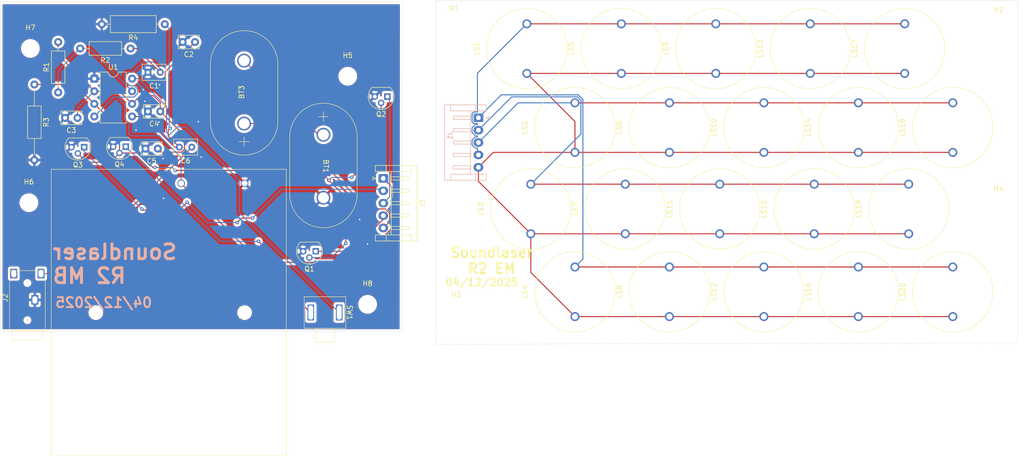
<source format=kicad_pcb>
(kicad_pcb
	(version 20241229)
	(generator "pcbnew")
	(generator_version "9.0")
	(general
		(thickness 1.6)
		(legacy_teardrops no)
	)
	(paper "A3")
	(layers
		(0 "F.Cu" signal)
		(2 "B.Cu" signal)
		(9 "F.Adhes" user "F.Adhesive")
		(11 "B.Adhes" user "B.Adhesive")
		(13 "F.Paste" user)
		(15 "B.Paste" user)
		(5 "F.SilkS" user "F.Silkscreen")
		(7 "B.SilkS" user "B.Silkscreen")
		(1 "F.Mask" user)
		(3 "B.Mask" user)
		(17 "Dwgs.User" user "User.Drawings")
		(19 "Cmts.User" user "User.Comments")
		(21 "Eco1.User" user "User.Eco1")
		(23 "Eco2.User" user "User.Eco2")
		(25 "Edge.Cuts" user)
		(27 "Margin" user)
		(31 "F.CrtYd" user "F.Courtyard")
		(29 "B.CrtYd" user "B.Courtyard")
		(35 "F.Fab" user)
		(33 "B.Fab" user)
		(39 "User.1" user)
		(41 "User.2" user)
		(43 "User.3" user)
		(45 "User.4" user)
	)
	(setup
		(stackup
			(layer "F.SilkS"
				(type "Top Silk Screen")
			)
			(layer "F.Paste"
				(type "Top Solder Paste")
			)
			(layer "F.Mask"
				(type "Top Solder Mask")
				(thickness 0.01)
			)
			(layer "F.Cu"
				(type "copper")
				(thickness 0.035)
			)
			(layer "dielectric 1"
				(type "core")
				(thickness 1.51)
				(material "FR4")
				(epsilon_r 4.5)
				(loss_tangent 0.02)
			)
			(layer "B.Cu"
				(type "copper")
				(thickness 0.035)
			)
			(layer "B.Mask"
				(type "Bottom Solder Mask")
				(thickness 0.01)
			)
			(layer "B.Paste"
				(type "Bottom Solder Paste")
			)
			(layer "B.SilkS"
				(type "Bottom Silk Screen")
			)
			(copper_finish "None")
			(dielectric_constraints no)
		)
		(pad_to_mask_clearance 0)
		(allow_soldermask_bridges_in_footprints no)
		(tenting front back)
		(pcbplotparams
			(layerselection 0x00000000_00000000_55555555_5755f5ff)
			(plot_on_all_layers_selection 0x00000000_00000000_00000000_00000000)
			(disableapertmacros no)
			(usegerberextensions no)
			(usegerberattributes yes)
			(usegerberadvancedattributes yes)
			(creategerberjobfile yes)
			(dashed_line_dash_ratio 12.000000)
			(dashed_line_gap_ratio 3.000000)
			(svgprecision 4)
			(plotframeref no)
			(mode 1)
			(useauxorigin no)
			(hpglpennumber 1)
			(hpglpenspeed 20)
			(hpglpendiameter 15.000000)
			(pdf_front_fp_property_popups yes)
			(pdf_back_fp_property_popups yes)
			(pdf_metadata yes)
			(pdf_single_document no)
			(dxfpolygonmode yes)
			(dxfimperialunits yes)
			(dxfusepcbnewfont yes)
			(psnegative no)
			(psa4output no)
			(plot_black_and_white yes)
			(sketchpadsonfab no)
			(plotpadnumbers no)
			(hidednponfab no)
			(sketchdnponfab no)
			(crossoutdnponfab no)
			(subtractmaskfromsilk no)
			(outputformat 1)
			(mirror no)
			(drillshape 0)
			(scaleselection 1)
			(outputdirectory "./")
		)
	)
	(net 0 "")
	(net 1 "GND")
	(net 2 "+5V")
	(net 3 "Net-(U1-THR)")
	(net 4 "Net-(U1-CV)")
	(net 5 "Net-(C6-Pad1)")
	(net 6 "/Transmitter/T0")
	(net 7 "/Transmitter/T1")
	(net 8 "/Transmitter/T3")
	(net 9 "/Transmitter/PWR")
	(net 10 "/Transmitter/T2")
	(net 11 "unconnected-(J2-PadR)")
	(net 12 "/T1")
	(net 13 "/T0")
	(net 14 "/T3")
	(net 15 "/T2")
	(net 16 "/40KHz")
	(net 17 "Net-(U1-DIS)")
	(net 18 "Net-(SW1-A)")
	(net 19 "Net-(BT1-+)")
	(net 20 "+18V")
	(footprint "MountingHole:MountingHole_3.2mm_M3" (layer "F.Cu") (at 134.602837 142.7))
	(footprint "Custom:Ultrasound_Transmitter_USO16A12TLFPM" (layer "F.Cu") (at 320.92125 160.67 90))
	(footprint "Resistor_THT:R_Axial_DIN0207_L6.3mm_D2.5mm_P15.24mm_Horizontal" (layer "F.Cu") (at 135.702837 118.86 -90))
	(footprint "Package_DIP:DIP-8_W7.62mm" (layer "F.Cu") (at 147.797837 117.69))
	(footprint "Custom:Ultrasound_Transmitter_USO16A12TLFPM" (layer "F.Cu") (at 235.02225 111.62775 90))
	(footprint "Custom:Ultrasound_Transmitter_USO16A12TLFPM" (layer "F.Cu") (at 292.97125 143.97 90))
	(footprint "Capacitor_THT:C_Rect_L4.6mm_W3.0mm_P2.50mm_MKS02_FKP02" (layer "F.Cu") (at 161.102837 116.4 180))
	(footprint "Custom:Ultrasound_Transmitter_USO16A12TLFPM" (layer "F.Cu") (at 273.12225 111.62775 90))
	(footprint "Capacitor_THT:C_Rect_L4.0mm_W2.5mm_P2.50mm" (layer "F.Cu") (at 160.602837 131.8 180))
	(footprint "Custom:Ultrasound_Transmitter_USO16A12TLFPM" (layer "F.Cu") (at 254.07225 111.62775 90))
	(footprint "Custom:Ultrasound_Transmitter_USO16A12TLFPM" (layer "F.Cu") (at 301.87125 160.67 90))
	(footprint "Custom:Ultrasound_Transmitter_USO16A12TLFPM" (layer "F.Cu") (at 263.77125 127.55375 90))
	(footprint "Custom:Ultrasound_Transmitter_USO16A12TLFPM" (layer "F.Cu") (at 292.17225 111.62775 90))
	(footprint "Capacitor_THT:C_Rect_L4.0mm_W2.5mm_P2.50mm" (layer "F.Cu") (at 144.402837 125.6 180))
	(footprint "Capacitor_THT:C_Rect_L4.0mm_W2.5mm_P2.50mm" (layer "F.Cu") (at 161.102837 124.3 180))
	(footprint "Capacitor_THT:C_Rect_L4.6mm_W3.0mm_P2.50mm_MKS02_FKP02" (layer "F.Cu") (at 167.452837 131.5 180))
	(footprint "MountingHole:MountingHole_3.2mm_M3" (layer "F.Cu") (at 330.15 108.05))
	(footprint "MountingHole:MountingHole_3.2mm_M3" (layer "F.Cu") (at 330.15 144.1))
	(footprint "Connector_JST:JST_EH_S5B-EH_1x05_P2.50mm_Horizontal" (layer "F.Cu") (at 206.070337 137.8 -90))
	(footprint "Package_TO_SOT_THT:TO-92" (layer "F.Cu") (at 154.142837 131.4 180))
	(footprint "MountingHole:MountingHole_3.2mm_M3" (layer "F.Cu") (at 134.902837 111.6))
	(footprint "Resistor_THT:R_Axial_DIN0207_L6.3mm_D2.5mm_P10.16mm_Horizontal" (layer "F.Cu") (at 140.502837 120.46 90))
	(footprint "MountingHole:MountingHole_3.2mm_M3" (layer "F.Cu") (at 198.902837 117.2))
	(footprint "Custom:Battery_Single_Cell_Keystone_967" (layer "F.Cu") (at 194.002837 135.35 -90))
	(footprint "Custom:Jack_STX-3000" (layer "F.Cu") (at 134.302837 170.4 90))
	(footprint "Capacitor_THT:C_Rect_L4.0mm_W2.5mm_P2.50mm" (layer "F.Cu") (at 168.102837 110.3 180))
	(footprint "Custom:Ultrasound_Transmitter_USO16A12TLFPM" (layer "F.Cu") (at 312.02125 143.97 90))
	(footprint "Custom:Ultrasound_Transmitter_USO16A12TLFPM" (layer "F.Cu") (at 273.92125 143.97 90))
	(footprint "Resistor_THT:R_Axial_DIN0309_L9.0mm_D3.2mm_P12.70mm_Horizontal" (layer "F.Cu") (at 162.002837 106.7 180))
	(footprint "Custom:SW_SPST_G-105-0513" (layer "F.Cu") (at 194.312837 164.85 180))
	(footprint "Custom:Battery_BC3AAPC" (layer "F.Cu") (at 178.102837 164.87 90))
	(footprint "Custom:Ultrasound_Transmitter_USO16A12TLFPM" (layer "F.Cu") (at 311.22225 111.62775 90))
	(footprint "MountingHole:MountingHole_3.2mm_M3" (layer "F.Cu") (at 220.3 107.7))
	(footprint "Custom:Ultrasound_Transmitter_USO16A12TLFPM" (layer "F.Cu") (at 235.82125 143.97 90))
	(footprint "Custom:Ultrasound_Transmitter_USO16A12TLFPM" (layer "F.Cu") (at 282.82125 127.55375 90))
	(footprint "Custom:Ultrasound_Transmitter_USO16A12TLFPM" (layer "F.Cu") (at 254.87125 143.97 90))
	(footprint "Custom:Battery_Single_Cell_Keystone_967" (layer "F.Cu") (at 178.002837 120.4 90))
	(footprint "MountingHole:MountingHole_3.2mm_M3" (layer "F.Cu") (at 221.1 166.05 -90))
	(footprint "Package_TO_SOT_THT:TO-92" (layer "F.Cu") (at 206.902837 121.3 180))
	(footprint "Package_TO_SOT_THT:TO-92" (layer "F.Cu") (at 192.442837 152.5 180))
	(footprint "Resistor_THT:R_Axial_DIN0207_L6.3mm_D2.5mm_P10.16mm_Horizontal" (layer "F.Cu") (at 155.102837 111.6 180))
	(footprint "Custom:Ultrasound_Transmitter_USO16A12TLFPM" (layer "F.Cu") (at 244.72125 127.55375 90))
	(footprint "Custom:Ultrasound_Transmitter_USO16A12TLFPM" (layer "F.Cu") (at 320.92125 127.55375 90))
	(footprint "Custom:Ultrasound_Transmitter_USO16A12TLFPM" (layer "F.Cu") (at 301.87125 127.55375 90))
	(footprint "MountingHole:MountingHole_3.2mm_M3" (layer "F.Cu") (at 202.902837 163.2))
	(footprint "Custom:Ultrasound_Transmitter_USO16A12TLFPM" (layer "F.Cu") (at 244.72125 160.67 90))
	(footprint "Package_TO_SOT_THT:TO-92" (layer "F.Cu") (at 145.742837 131.5 180))
	(footprint "Custom:Ultrasound_Transmitter_USO16A12TLFPM" (layer "F.Cu") (at 282.82125 160.67 90))
	(footprint "Custom:Ultrasound_Transmitter_USO16A12TLFPM" (layer "F.Cu") (at 263.77125 160.67 90))
	(footprint "Connector_JST:JST_EH_S5B-EH_1x05_P2.50mm_Horizontal" (layer "B.Cu") (at 225.25375 125.57 -90))
	(gr_line
		(start 209.852837 168.7)
		(end 128.8 168.7)
		(stroke
			(width 0.05)
			(type default)
		)
		(layer "Edge.Cuts")
		(uuid "1fa70a2a-e3cf-4475-9ce0-f5ca64562e2d")
	)
	(gr_line
		(start 128.8 102.2)
		(end 209.9 102.2)
		(stroke
			(width 0.05)
			(type default)
		)
		(layer "Edge.Cuts")
		(uuid "609674ff-f025-449d-a008-9ad90b9e7376")
	)
	(gr_line
		(start 216.67125 101.92)
		(end 216.62098 171.25)
		(stroke
			(width 0.05)
			(type default)
		)
		(layer "Edge.Cuts")
		(uuid "9033d1eb-03ac-4370-9b60-62f4edc262d4")
	)
	(gr_line
		(start 216.62098 171.25)
		(end 334 170.95)
		(stroke
			(width 0.05)
			(type default)
		)
		(layer "Edge.Cuts")
		(uuid "92f679d4-adfc-41e0-aafa-586d746a0bd3")
	)
	(gr_line
		(start 209.9 102.2)
		(end 209.852837 168.7)
		(stroke
			(width 0.05)
			(type default)
		)
		(layer "Edge.Cuts")
		(uuid "9c184443-9edc-4bbb-bcdd-2d5481c17f37")
	)
	(gr_line
		(start 334 101.85)
		(end 216.67125 101.92)
		(stroke
			(width 0.05)
			(type default)
		)
		(layer "Edge.Cuts")
		(uuid "b0fab94e-ff37-46d7-87d3-bab028b4f26d")
	)
	(gr_line
		(start 128.8 168.7)
		(end 128.8 102.2)
		(stroke
			(width 0.05)
			(type default)
		)
		(layer "Edge.Cuts")
		(uuid "dc3135e1-825b-4d47-aa49-92bc9d71ed54")
	)
	(gr_line
		(start 334 170.95)
		(end 334 101.85)
		(stroke
			(width 0.05)
			(type default)
		)
		(layer "Edge.Cuts")
		(uuid "e3dfd506-ab15-48c8-8b46-b5523c558cb0")
	)
	(gr_text "Soundlaser\nR2 EM"
		(at 227.92125 154.38625 0)
		(layer "F.SilkS")
		(uuid "0b7776d5-781a-4da6-a495-733061be9f0c")
		(effects
			(font
				(size 2 2)
				(thickness 0.4)
				(bold yes)
			)
		)
	)
	(gr_text "04/12/2025"
		(at 233.42125 158.77 0)
		(layer "F.SilkS")
		(uuid "8bfaa160-6536-4423-8528-821aec461738")
		(effects
			(font
				(size 1.5 1.5)
				(thickness 0.3)
				(bold yes)
			)
			(justify right)
		)
	)
	(gr_text "Soundlaser\nR2 MB"
		(at 139.102837 155.05 0)
		(layer "B.SilkS")
		(uuid "64c0db15-18ca-4095-9588-ac3fc0ed15b4")
		(effects
			(font
				(size 3 3)
				(thickness 0.6)
				(bold yes)
			)
			(justify right mirror)
		)
	)
	(gr_text "04/12/2025"
		(at 139.702837 162.85 0)
		(layer "B.SilkS")
		(uuid "677d6a1d-9530-4fb6-8cd9-299006b1511c")
		(effects
			(font
				(size 2 2)
				(thickness 0.4)
				(bold yes)
			)
			(justify right mirror)
		)
	)
	(via
		(at 168.75 126.35)
		(size 0.7)
		(drill 0.3)
		(layers "F.Cu" "B.Cu")
		(free yes)
		(net 1)
		(uuid "04aa5c08-2bba-4a6c-a1d3-e9e539ddab22")
	)
	(via
		(at 169.35 133.5)
		(size 0.7)
		(drill 0.3)
		(layers "F.Cu" "B.Cu")
		(free yes)
		(net 1)
		(uuid "0a1c0181-e1bd-42b2-a174-60fff3be40e0")
	)
	(via
		(at 161.65 133.8)
		(size 0.7)
		(drill 0.3)
		(layers "F.Cu" "B.Cu")
		(free yes)
		(net 1)
		(uuid "0cf6adc6-56d0-410f-a1b5-619acedd0381")
	)
	(via
		(at 157.673637 119.9)
		(size 0.7)
		(drill 0.3)
		(layers "F.Cu" "B.Cu")
		(free yes)
		(net 1)
		(uuid "3a7222c6-e58a-4ee0-8a9c-a777dbc8432d")
	)
	(via
		(at 158 122.25)
		(size 0.7)
		(drill 0.3)
		(layers "F.Cu" "B.Cu")
		(free yes)
		(net 1)
		(uuid "443747f5-bab9-428c-bf23-1138262d1d05")
	)
	(via
		(at 161.764863 141.815611)
		(size 0.7)
		(drill 0.3)
		(layers "F.Cu" "B.Cu")
		(free yes)
		(net 1)
		(uuid "63006ec8-2b52-4e67-8e57-cd131255ec58")
	)
	(via
		(at 160.8 126.45)
		(size 0.7)
		(drill 0.3)
		(layers "F.Cu" "B.Cu")
		(free yes)
		(net 1)
		(uuid "6500a231-ebb7-4a5c-8aa2-dfe15af5a088")
	)
	(via
		(at 156.2 128.043189)
		(size 0.7)
		(drill 0.3)
		(layers "F.Cu" "B.Cu")
		(free yes)
		(net 1)
		(uuid "67de149a-bef6-420e-8484-85926fec173d")
	)
	(via
		(at 202.9 151.05)
		(size 0.7)
		(drill 0.3)
		(layers "F.Cu" "B.Cu")
		(free yes)
		(net 1)
		(uuid "b1c07676-00fc-43ed-b055-f3fa92fe6359")
	)
	(via
		(at 160.95 118.95)
		(size 0.7)
		(drill 0.3)
		(layers "F.Cu" "B.Cu")
		(free yes)
		(net 1)
		(uuid "b21e2db6-51d2-4b2a-bd6f-a7787755bf40")
	)
	(via
		(at 201.3 146.1)
		(size 0.7)
		(drill 0.3)
		(layers "F.Cu" "B.Cu")
		(free yes)
		(net 1)
		(uuid "d1ea4c05-be54-4dc1-9de2-4e5c44a58036")
	)
	(segment
		(start 165.302837 138.8)
		(end 191.352837 164.85)
		(width 0.2)
		(layer "F.Cu")
		(net 2)
		(uuid "72cf0595-ad34-4a87-8955-16842e628c62")
	)
	(segment
		(start 155.102837 111.6)
		(end 156.302837 111.6)
		(width 0.2)
		(layer "F.Cu")
		(net 2)
		(uuid "9f54a05b-c1c9-4120-b0c6-26b5c5c2c8bb")
	)
	(segment
		(start 156.302837 111.6)
		(end 161.102837 116.4)
		(width 0.2)
		(layer "F.Cu")
		(net 2)
		(uuid "fe3156e5-e223-4c5c-ac5f-
... [276125 chars truncated]
</source>
